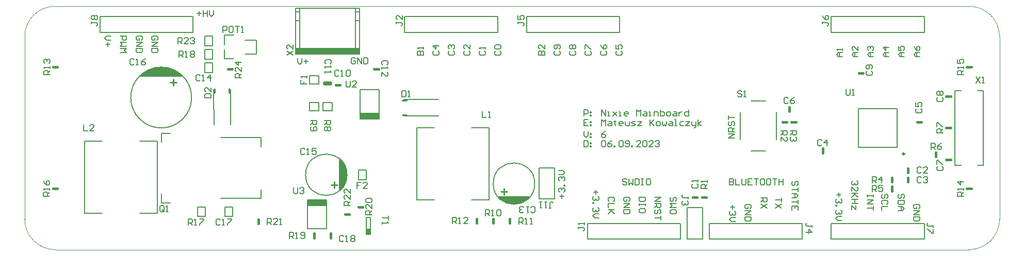
<source format=gto>
G04*
G04 #@! TF.GenerationSoftware,Altium Limited,Altium Designer,23.8.1 (32)*
G04*
G04 Layer_Color=65535*
%FSAX44Y44*%
%MOMM*%
G71*
G04*
G04 #@! TF.SameCoordinates,78110BDE-5C4C-41F2-AE8D-2B4B6642ACCE*
G04*
G04*
G04 #@! TF.FilePolarity,Positive*
G04*
G01*
G75*
%ADD10C,0.2000*%
%ADD11C,0.3000*%
%ADD12C,0.4000*%
%ADD13C,0.2540*%
%ADD14C,0.7000*%
%ADD15C,0.1524*%
%ADD16R,0.1500X1.6754*%
%ADD17R,0.1500X2.0696*%
%ADD18R,0.1500X2.4238*%
%ADD19R,0.1500X2.6639*%
%ADD20R,0.1500X2.8923*%
%ADD21R,0.1500X3.1284*%
%ADD22R,0.1500X3.3251*%
%ADD23R,0.1500X3.5138*%
%ADD24R,0.1500X3.9532*%
%ADD25R,0.1500X4.1801*%
%ADD26R,0.1500X4.3884*%
%ADD27R,0.1500X4.1779*%
%ADD28R,0.1500X4.6548*%
%ADD29R,0.1500X4.7000*%
%ADD30R,0.1500X5.0250*%
%ADD31R,0.1500X5.1000*%
%ADD32R,0.1000X0.7750*%
%ADD33R,0.1500X0.7750*%
%ADD34R,0.1750X0.6554*%
%ADD35R,6.5312X0.1500*%
%ADD36R,6.2235X0.1500*%
%ADD37R,5.2447X0.1500*%
%ADD38R,5.7413X0.2236*%
%ADD39R,4.6198X0.1500*%
%ADD40R,5.3870X0.1500*%
%ADD41R,5.1238X0.1500*%
%ADD42R,4.8430X0.1500*%
%ADD43R,4.5018X0.1500*%
%ADD44R,4.0742X0.1500*%
%ADD45R,3.3042X0.1500*%
%ADD46R,2.6639X0.1500*%
%ADD47R,2.4238X0.1500*%
%ADD48R,2.0696X0.1500*%
%ADD49R,1.6754X0.1500*%
%ADD50R,3.2927X0.1500*%
%ADD51R,6.7674X0.1500*%
%ADD52R,6.9232X0.1500*%
%ADD53R,7.1352X0.1500*%
%ADD54R,0.7750X0.1000*%
%ADD55R,0.7750X0.1500*%
%ADD56R,0.6554X0.1750*%
%ADD57R,5.1000X0.1500*%
%ADD58R,5.0250X0.1500*%
%ADD59R,4.7000X0.1500*%
%ADD60R,4.6548X0.1500*%
%ADD61R,4.1779X0.1500*%
%ADD62R,4.3884X0.1500*%
%ADD63R,4.1801X0.1500*%
%ADD64R,3.9532X0.1500*%
%ADD65R,3.5138X0.1500*%
%ADD66R,3.3251X0.1500*%
%ADD67R,3.1284X0.1500*%
%ADD68R,2.8923X0.1500*%
%ADD69R,1.6754X0.1500*%
%ADD70C,0.1000*%
G36*
X01764500Y01882000D02*
X01795500D01*
Y01872000D01*
X01764500D01*
Y01882000D01*
D02*
G37*
G36*
X01867500Y01825000D02*
X01860500D01*
Y01834000D01*
X01867500D01*
Y01825000D01*
D02*
G37*
G36*
X01849500Y02121500D02*
Y02131500D01*
X01744500D01*
Y02121500D01*
X01849500D01*
D02*
G37*
G36*
X01881500Y02015000D02*
X01850500D01*
Y02025000D01*
X01881500D01*
Y02015000D01*
D02*
G37*
D10*
X01829000Y01923000D02*
G03*
X01829000Y01923000I-00034000J00000000D01*
G01*
X01574000Y02050000D02*
G03*
X01574000Y02050000I-00050000J00000000D01*
G01*
X02137000Y01908500D02*
G03*
X02137000Y01908500I-00034000J00000000D01*
G01*
X01662000Y02121496D02*
X01680501D01*
X01662000Y02144504D02*
X01680501D01*
Y02121496D02*
Y02144504D01*
X01627500Y02113500D02*
X01643000D01*
X01627500D02*
Y02129250D01*
Y02152500D02*
X01643000D01*
X01627500Y02136750D02*
Y02152500D01*
X01843000Y02121500D02*
Y02196500D01*
X01843000Y02191000D02*
X01849500D01*
X01843000Y02176750D02*
X01849500D01*
X01744500Y02121500D02*
X01849500D01*
X01744500Y02196500D02*
X01849500D01*
X01744500Y02121500D02*
Y02196500D01*
X01849500Y02121500D02*
Y02196500D01*
X01751000Y02121500D02*
Y02196500D01*
X01744500Y02191000D02*
X01751000D01*
X01744500Y02176750D02*
X01751000D01*
X01847500Y01930750D02*
X01860500D01*
X01847500Y01915000D02*
X01860500D01*
X01847500D02*
Y01930750D01*
X01860500Y01915000D02*
Y01930750D01*
X01524250Y01991000D02*
X01539000D01*
X01524250Y01976250D02*
Y01991000D01*
Y01877000D02*
X01539000D01*
X01524250D02*
Y01891750D01*
X01621750Y01984000D02*
X01687809D01*
Y01969250D02*
Y01984000D01*
Y01884000D02*
Y01898750D01*
X01621750Y01884000D02*
X01687809D01*
X01637620Y02005000D02*
Y02057000D01*
X01610380D02*
X01610500Y02005500D01*
X01610369Y02061858D02*
X01610380Y02057000D01*
X01610369Y02061858D02*
X01612750Y02064250D01*
X01637620Y02057000D02*
X01637631Y02061858D01*
X01635250Y02064250D02*
X01637631Y02061858D01*
X01595500Y02106750D02*
X01608500D01*
X01595500Y02091000D02*
X01608500D01*
X01595500D02*
Y02106750D01*
X01608500Y02091000D02*
Y02106750D01*
X01595500Y02128750D02*
X01608500D01*
X01595500Y02113000D02*
X01608500D01*
X01595500D02*
Y02128750D01*
X01608500Y02113000D02*
Y02128750D01*
X01595500Y02150750D02*
X01608500D01*
X01595500Y02135000D02*
X01608500D01*
X01595500D02*
Y02150750D01*
X01608500Y02135000D02*
Y02150750D01*
X01860500Y01825000D02*
X01867500D01*
X01860500Y01853000D02*
X01867500D01*
X01860500Y01825000D02*
Y01853000D01*
X01867500Y01825000D02*
Y01853000D01*
X01628500Y01870250D02*
X01641500D01*
X01628500Y01854500D02*
X01641500D01*
X01628500D02*
Y01870250D01*
X01641500Y01854500D02*
Y01870250D01*
X01583500D02*
X01596500D01*
X01583500Y01854500D02*
X01596500D01*
X01583500D02*
Y01870250D01*
X01596500Y01854500D02*
Y01870250D01*
X01488500Y01859500D02*
X01517500D01*
X01488500Y01978500D02*
X01517500D01*
X01398500D02*
X01427500D01*
X01398500Y01859500D02*
X01427500D01*
X01398500D02*
Y01978500D01*
X01517500Y01859500D02*
Y01978500D01*
X01764500Y01882000D02*
X01795500D01*
X01764500Y01834000D02*
X01795500D01*
Y01882000D01*
X01764500Y01834000D02*
Y01882000D01*
X02863500Y02061497D02*
X02873000D01*
Y01938514D02*
Y02061497D01*
X02863500Y01938514D02*
X02873000D01*
X02827000Y01938503D02*
X02836500D01*
X02827000D02*
Y02061486D01*
X02836500D01*
X02387000Y01817350D02*
Y01868700D01*
X02413000D01*
Y01817350D02*
Y01868700D01*
X02387000Y01817350D02*
X02413000D01*
X02534115Y01980408D02*
Y02025908D01*
X02492615Y01962158D02*
X02515865D01*
X02492365Y02044158D02*
X02515615D01*
X02474115Y01980408D02*
Y02025908D01*
X02668500Y01968500D02*
X02731500D01*
X02668500D02*
Y02031500D01*
X02731500D01*
Y01968500D02*
Y02031500D01*
X02576450Y01817000D02*
Y01843000D01*
X02423500D02*
X02576450D01*
X02423500Y01817000D02*
Y01843000D01*
Y01817000D02*
X02576450D01*
X02376450D02*
Y01843000D01*
X02223500D02*
X02376450D01*
X02223500Y01817000D02*
Y01843000D01*
Y01817000D02*
X02376450D01*
X02776450D02*
Y01843000D01*
X02623500D02*
X02776450D01*
X02623500Y01817000D02*
Y01843000D01*
Y01817000D02*
X02776450D01*
X02123550Y02157000D02*
Y02183000D01*
Y02157000D02*
X02276500D01*
Y02183000D01*
X02123550D02*
X02276500D01*
X01423550Y02157000D02*
Y02183000D01*
Y02157000D02*
X01576500D01*
Y02183000D01*
X01423550D02*
X01576500D01*
X01923550Y02157000D02*
Y02183000D01*
Y02157000D02*
X02076500D01*
Y02183000D01*
X01923550D02*
X02076500D01*
X02623550Y02157000D02*
Y02183000D01*
Y02157000D02*
X02776500D01*
Y02183000D01*
X02623550D02*
X02776500D01*
X01927500Y02046620D02*
X01979500D01*
X01927500Y02019380D02*
X01979000Y02019500D01*
X01922642Y02019369D02*
X01927500Y02019380D01*
X01920250Y02021750D02*
X01922642Y02019369D01*
Y02046631D02*
X01927500Y02046620D01*
X01920250Y02044250D02*
X01922642Y02046631D01*
X02033500Y01881500D02*
X02062500D01*
X02033500Y02000500D02*
X02062500D01*
X01943500D02*
X01972500D01*
X01943500Y01881500D02*
X01972500D01*
X01943500D02*
Y02000500D01*
X02062500Y01881500D02*
Y02000500D01*
X02144000Y01883050D02*
Y01934400D01*
X02170000D01*
Y01883050D02*
Y01934400D01*
X02144000Y01883050D02*
X02170000D01*
X01850500Y02015000D02*
X01881500D01*
X01850500Y02063000D02*
X01881500D01*
X01850500Y02015000D02*
Y02063000D01*
X01881500Y02015000D02*
Y02063000D01*
X01767250Y02041500D02*
X01783000D01*
X01767250Y02028500D02*
X01783000D01*
Y02041500D01*
X01767250Y02028500D02*
Y02041500D01*
X01789250D02*
X01805000D01*
X01789250Y02028500D02*
X01805000D01*
Y02041500D01*
X01789250Y02028500D02*
Y02041500D01*
X01767250Y02072500D02*
Y02085500D01*
X01783000Y02072500D02*
Y02085500D01*
X01767250Y02072500D02*
X01783000D01*
X01767250Y02085500D02*
X01783000D01*
D11*
X02744000Y01957500D02*
G03*
X02744000Y01957500I-00001500J00000000D01*
G01*
D12*
X01633500Y02097000D02*
X01640500D01*
X01847500Y01870000D02*
X01854500D01*
X01802000Y01819500D02*
Y01826500D01*
X01775000Y01819500D02*
Y01826500D01*
X01825500Y01858000D02*
X01832500D01*
X01684000Y01842500D02*
Y01849500D01*
X02812500Y02000000D02*
X02819500D01*
X02396500Y01886000D02*
X02403500D01*
X02411500D02*
X02418500D01*
X02795000Y01952500D02*
Y01959500D01*
X02812500Y02052000D02*
X02819500D01*
X02812500Y01948000D02*
X02819500D01*
X02723000Y01911500D02*
Y01918500D01*
Y01896500D02*
Y01903500D01*
X02558500Y02010000D02*
X02565500D01*
X02555000Y02027500D02*
Y02034500D01*
X02543500Y02010000D02*
X02550500D01*
X02669000Y02090000D02*
X02676000D01*
X02764500Y02010000D02*
X02771500D01*
X02610000Y01959000D02*
Y01966000D01*
X02750000Y01926500D02*
Y01933500D01*
Y01911500D02*
Y01918500D01*
X01346500Y01900000D02*
X01353500D01*
X02846500Y02100000D02*
X02853500D01*
X02846500Y01900000D02*
X02853500D01*
X01346500Y02100000D02*
X01353500D01*
X02096000Y01843500D02*
Y01850500D01*
X02069000Y01843500D02*
Y01850500D01*
X02042000Y01843500D02*
Y01850500D01*
X01873500Y02097000D02*
X01880500D01*
X01810500Y02070500D02*
X01817500D01*
D13*
X01803000Y01906500D02*
X01813000D01*
X01808000Y01901500D02*
Y01911500D01*
X01544000Y02070000D02*
Y02080000D01*
X01539000Y02075000D02*
X01549000D01*
X02081500Y01895500D02*
X02091500D01*
X02086500Y01890500D02*
Y01900500D01*
D14*
X01793000Y02073000D02*
X01801000D01*
D15*
X02217524Y02019697D02*
Y02029853D01*
X02222602D01*
X02224295Y02028161D01*
Y02024775D01*
X02222602Y02023082D01*
X02217524D01*
X02227681Y02026468D02*
X02229373D01*
Y02024775D01*
X02227681D01*
Y02026468D01*
Y02021389D02*
X02229373D01*
Y02019697D01*
X02227681D01*
Y02021389D01*
X02246301Y02019697D02*
Y02029853D01*
X02253073Y02019697D01*
Y02029853D01*
X02256458Y02019697D02*
X02259844D01*
X02258151D01*
Y02026468D01*
X02256458D01*
X02264922D02*
X02271693Y02019697D01*
X02268308Y02023082D01*
X02271693Y02026468D01*
X02264922Y02019697D01*
X02275079D02*
X02278464D01*
X02276772D01*
Y02026468D01*
X02275079D01*
X02288621Y02019697D02*
X02285235D01*
X02283543Y02021389D01*
Y02024775D01*
X02285235Y02026468D01*
X02288621D01*
X02290314Y02024775D01*
Y02023082D01*
X02283543D01*
X02303856Y02019697D02*
Y02029853D01*
X02307242Y02026468D01*
X02310627Y02029853D01*
Y02019697D01*
X02315706Y02026468D02*
X02319091D01*
X02320784Y02024775D01*
Y02019697D01*
X02315706D01*
X02314013Y02021389D01*
X02315706Y02023082D01*
X02320784D01*
X02324170Y02019697D02*
X02327555D01*
X02325862D01*
Y02026468D01*
X02324170D01*
X02332634Y02019697D02*
Y02026468D01*
X02337712D01*
X02339405Y02024775D01*
Y02019697D01*
X02342790Y02029853D02*
Y02019697D01*
X02347869D01*
X02349561Y02021389D01*
Y02023082D01*
Y02024775D01*
X02347869Y02026468D01*
X02342790D01*
X02354640Y02019697D02*
X02358025D01*
X02359718Y02021389D01*
Y02024775D01*
X02358025Y02026468D01*
X02354640D01*
X02352947Y02024775D01*
Y02021389D01*
X02354640Y02019697D01*
X02364796Y02026468D02*
X02368182D01*
X02369875Y02024775D01*
Y02019697D01*
X02364796D01*
X02363104Y02021389D01*
X02364796Y02023082D01*
X02369875D01*
X02373260Y02026468D02*
Y02019697D01*
Y02023082D01*
X02374953Y02024775D01*
X02376646Y02026468D01*
X02378339D01*
X02390188Y02029853D02*
Y02019697D01*
X02385110D01*
X02383417Y02021389D01*
Y02024775D01*
X02385110Y02026468D01*
X02390188D01*
X02224295Y02014008D02*
X02217524D01*
Y02003851D01*
X02224295D01*
X02217524Y02008929D02*
X02220910D01*
X02227681Y02010622D02*
X02229373D01*
Y02008929D01*
X02227681D01*
Y02010622D01*
Y02005544D02*
X02229373D01*
Y02003851D01*
X02227681D01*
Y02005544D01*
X02246301Y02003851D02*
Y02014008D01*
X02249687Y02010622D01*
X02253073Y02014008D01*
Y02003851D01*
X02258151Y02010622D02*
X02261536D01*
X02263229Y02008929D01*
Y02003851D01*
X02258151D01*
X02256458Y02005544D01*
X02258151Y02007236D01*
X02263229D01*
X02268308Y02012315D02*
Y02010622D01*
X02266615D01*
X02270000D01*
X02268308D01*
Y02005544D01*
X02270000Y02003851D01*
X02280157D02*
X02276772D01*
X02275079Y02005544D01*
Y02008929D01*
X02276772Y02010622D01*
X02280157D01*
X02281850Y02008929D01*
Y02007236D01*
X02275079D01*
X02285235Y02010622D02*
Y02005544D01*
X02286928Y02003851D01*
X02292007D01*
Y02010622D01*
X02295392Y02003851D02*
X02300471D01*
X02302163Y02005544D01*
X02300471Y02007236D01*
X02297085D01*
X02295392Y02008929D01*
X02297085Y02010622D01*
X02302163D01*
X02305549D02*
X02312320D01*
X02305549Y02003851D01*
X02312320D01*
X02325862Y02014008D02*
Y02003851D01*
Y02007236D01*
X02332634Y02014008D01*
X02327555Y02008929D01*
X02332634Y02003851D01*
X02337712D02*
X02341098D01*
X02342790Y02005544D01*
Y02008929D01*
X02341098Y02010622D01*
X02337712D01*
X02336019Y02008929D01*
Y02005544D01*
X02337712Y02003851D01*
X02346176Y02010622D02*
Y02005544D01*
X02347869Y02003851D01*
X02349561Y02005544D01*
X02351254Y02003851D01*
X02352947Y02005544D01*
Y02010622D01*
X02358025D02*
X02361411D01*
X02363104Y02008929D01*
Y02003851D01*
X02358025D01*
X02356333Y02005544D01*
X02358025Y02007236D01*
X02363104D01*
X02366489Y02003851D02*
X02369875D01*
X02368182D01*
Y02014008D01*
X02366489D01*
X02381724Y02010622D02*
X02376646D01*
X02374953Y02008929D01*
Y02005544D01*
X02376646Y02003851D01*
X02381724D01*
X02385110Y02010622D02*
X02391881D01*
X02385110Y02003851D01*
X02391881D01*
X02395267Y02010622D02*
Y02005544D01*
X02396959Y02003851D01*
X02402038D01*
Y02002158D01*
X02400345Y02000465D01*
X02398652D01*
X02402038Y02003851D02*
Y02010622D01*
X02405423Y02003851D02*
Y02014008D01*
Y02007236D02*
X02410502Y02010622D01*
X02405423Y02007236D02*
X02410502Y02003851D01*
X02217524Y01994776D02*
Y01988005D01*
X02220910Y01984620D01*
X02224295Y01988005D01*
Y01994776D01*
X02227681Y01991391D02*
X02229373D01*
Y01989698D01*
X02227681D01*
Y01991391D01*
Y01986313D02*
X02229373D01*
Y01984620D01*
X02227681D01*
Y01986313D01*
X02253073Y01994776D02*
X02249687Y01993084D01*
X02246301Y01989698D01*
Y01986313D01*
X02247994Y01984620D01*
X02251380D01*
X02253073Y01986313D01*
Y01988005D01*
X02251380Y01989698D01*
X02246301D01*
X02217524Y01978931D02*
Y01968774D01*
X02222602D01*
X02224295Y01970467D01*
Y01977238D01*
X02222602Y01978931D01*
X02217524D01*
X02227681Y01975545D02*
X02229373D01*
Y01973852D01*
X02227681D01*
Y01975545D01*
Y01970467D02*
X02229373D01*
Y01968774D01*
X02227681D01*
Y01970467D01*
X02246301Y01977238D02*
X02247994Y01978931D01*
X02251380D01*
X02253073Y01977238D01*
Y01970467D01*
X02251380Y01968774D01*
X02247994D01*
X02246301Y01970467D01*
Y01977238D01*
X02263229Y01978931D02*
X02259844Y01977238D01*
X02256458Y01973852D01*
Y01970467D01*
X02258151Y01968774D01*
X02261536D01*
X02263229Y01970467D01*
Y01972160D01*
X02261536Y01973852D01*
X02256458D01*
X02266615Y01968774D02*
Y01970467D01*
X02268308D01*
Y01968774D01*
X02266615D01*
X02275079Y01977238D02*
X02276772Y01978931D01*
X02280157D01*
X02281850Y01977238D01*
Y01970467D01*
X02280157Y01968774D01*
X02276772D01*
X02275079Y01970467D01*
Y01977238D01*
X02285235Y01970467D02*
X02286928Y01968774D01*
X02290314D01*
X02292007Y01970467D01*
Y01977238D01*
X02290314Y01978931D01*
X02286928D01*
X02285235Y01977238D01*
Y01975545D01*
X02286928Y01973852D01*
X02292007D01*
X02295392Y01968774D02*
Y01970467D01*
X02297085D01*
Y01968774D01*
X02295392D01*
X02310627D02*
X02303856D01*
X02310627Y01975545D01*
Y01977238D01*
X02308934Y01978931D01*
X02305549D01*
X02303856Y01977238D01*
X02314013D02*
X02315706Y01978931D01*
X02319091D01*
X02320784Y01977238D01*
Y01970467D01*
X02319091Y01968774D01*
X02315706D01*
X02314013Y01970467D01*
Y01977238D01*
X02330941Y01968774D02*
X02324170D01*
X02330941Y01975545D01*
Y01977238D01*
X02329248Y01978931D01*
X02325862D01*
X02324170Y01977238D01*
X02334326D02*
X02336019Y01978931D01*
X02339405D01*
X02341098Y01977238D01*
Y01975545D01*
X02339405Y01973852D01*
X02337712D01*
X02339405D01*
X02341098Y01972160D01*
Y01970467D01*
X02339405Y01968774D01*
X02336019D01*
X02334326Y01970467D01*
X02461352Y01873226D02*
Y01866455D01*
X02464738Y01869840D02*
X02457967D01*
X02464738Y01863069D02*
X02466431Y01861376D01*
Y01857991D01*
X02464738Y01856298D01*
X02463045D01*
X02461352Y01857991D01*
Y01859684D01*
Y01857991D01*
X02459659Y01856298D01*
X02457967D01*
X02456274Y01857991D01*
Y01861376D01*
X02457967Y01863069D01*
X02466431Y01852912D02*
X02459659D01*
X02456274Y01849527D01*
X02459659Y01846141D01*
X02466431D01*
X02490788Y01867705D02*
X02492481Y01869398D01*
Y01872783D01*
X02490788Y01874476D01*
X02484017D01*
X02482324Y01872783D01*
Y01869398D01*
X02484017Y01867705D01*
X02487402D01*
Y01871090D01*
X02482324Y01864319D02*
X02492481D01*
X02482324Y01857548D01*
X02492481D01*
Y01854162D02*
X02482324D01*
Y01849084D01*
X02484017Y01847391D01*
X02490788D01*
X02492481Y01849084D01*
Y01854162D01*
X02567238Y01905705D02*
X02568931Y01907398D01*
Y01910783D01*
X02567238Y01912476D01*
X02565545D01*
X02563852Y01910783D01*
Y01907398D01*
X02562159Y01905705D01*
X02560467D01*
X02558774Y01907398D01*
Y01910783D01*
X02560467Y01912476D01*
X02568931Y01902319D02*
Y01895548D01*
Y01898934D01*
X02558774D01*
Y01892162D02*
X02565545D01*
X02568931Y01888777D01*
X02565545Y01885391D01*
X02558774D01*
X02563852D01*
Y01892162D01*
X02568931Y01882006D02*
Y01875235D01*
Y01878620D01*
X02558774D01*
X02568931Y01865078D02*
Y01871849D01*
X02558774D01*
Y01865078D01*
X02563852Y01871849D02*
Y01868463D01*
X02542331Y01885476D02*
Y01878705D01*
Y01882090D01*
X02532174D01*
X02542331Y01875319D02*
X02532174Y01868548D01*
X02542331D02*
X02532174Y01875319D01*
X02507924Y01885476D02*
X02518081D01*
Y01880398D01*
X02516388Y01878705D01*
X02513002D01*
X02511310Y01880398D01*
Y01885476D01*
Y01882090D02*
X02507924Y01878705D01*
X02518081Y01875319D02*
X02507924Y01868548D01*
X02518081D02*
X02507924Y01875319D01*
X01516888Y02143955D02*
X01518581Y02145648D01*
Y02149033D01*
X01516888Y02150726D01*
X01510117D01*
X01508424Y02149033D01*
Y02145648D01*
X01510117Y02143955D01*
X01513502D01*
Y02147340D01*
X01508424Y02140569D02*
X01518581D01*
X01508424Y02133798D01*
X01518581D01*
Y02130413D02*
X01508424D01*
Y02125334D01*
X01510117Y02123641D01*
X01516888D01*
X01518581Y02125334D01*
Y02130413D01*
X02272159Y02126825D02*
X02270466Y02125132D01*
Y02121747D01*
X02272159Y02120054D01*
X02278930D01*
X02280623Y02121747D01*
Y02125132D01*
X02278930Y02126825D01*
X02270466Y02136982D02*
Y02130211D01*
X02275545D01*
X02273852Y02133596D01*
Y02135289D01*
X02275545Y02136982D01*
X02278930D01*
X02280623Y02135289D01*
Y02131904D01*
X02278930Y02130211D01*
X02246759Y02126825D02*
X02245066Y02125132D01*
Y02121747D01*
X02246759Y02120054D01*
X02253530D01*
X02255223Y02121747D01*
Y02125132D01*
X02253530Y02126825D01*
X02245066Y02136982D02*
X02246759Y02133596D01*
X02250145Y02130211D01*
X02253530D01*
X02255223Y02131904D01*
Y02135289D01*
X02253530Y02136982D01*
X02251838D01*
X02250145Y02135289D01*
Y02130211D01*
X02221359Y02126825D02*
X02219666Y02125132D01*
Y02121747D01*
X02221359Y02120054D01*
X02228130D01*
X02229823Y02121747D01*
Y02125132D01*
X02228130Y02126825D01*
X02219666Y02130211D02*
Y02136982D01*
X02221359D01*
X02228130Y02130211D01*
X02229823D01*
X02195959Y02126825D02*
X02194266Y02125132D01*
Y02121747D01*
X02195959Y02120054D01*
X02202730D01*
X02204423Y02121747D01*
Y02125132D01*
X02202730Y02126825D01*
X02195959Y02130211D02*
X02194266Y02131904D01*
Y02135289D01*
X02195959Y02136982D01*
X02197652D01*
X02199345Y02135289D01*
X02201038Y02136982D01*
X02202730D01*
X02204423Y02135289D01*
Y02131904D01*
X02202730Y02130211D01*
X02201038D01*
X02199345Y02131904D01*
X02197652Y02130211D01*
X02195959D01*
X02199345Y02131904D02*
Y02135289D01*
X02170559Y02126825D02*
X02168866Y02125132D01*
Y02121747D01*
X02170559Y02120054D01*
X02177330D01*
X02179023Y02121747D01*
Y02125132D01*
X02177330Y02126825D01*
Y02130211D02*
X02179023Y02131904D01*
Y02135289D01*
X02177330Y02136982D01*
X02170559D01*
X02168866Y02135289D01*
Y02131904D01*
X02170559Y02130211D01*
X02172252D01*
X02173945Y02131904D01*
Y02136982D01*
X02143466Y02120054D02*
X02153623D01*
Y02125132D01*
X02151930Y02126825D01*
X02150238D01*
X02148545Y02125132D01*
Y02120054D01*
Y02125132D01*
X02146852Y02126825D01*
X02145159D01*
X02143466Y02125132D01*
Y02120054D01*
X02153623Y02136982D02*
Y02130211D01*
X02146852Y02136982D01*
X02145159D01*
X02143466Y02135289D01*
Y02131904D01*
X02145159Y02130211D01*
X02073512Y02126825D02*
X02071819Y02125132D01*
Y02121747D01*
X02073512Y02120054D01*
X02080283D01*
X02081976Y02121747D01*
Y02125132D01*
X02080283Y02126825D01*
X02073512Y02130211D02*
X02071819Y02131904D01*
Y02135289D01*
X02073512Y02136982D01*
X02080283D01*
X02081976Y02135289D01*
Y02131904D01*
X02080283Y02130211D01*
X02073512D01*
X02048112Y02126825D02*
X02046419Y02125132D01*
Y02121747D01*
X02048112Y02120054D01*
X02054883D01*
X02056576Y02121747D01*
Y02125132D01*
X02054883Y02126825D01*
X02056576Y02130211D02*
Y02133596D01*
Y02131904D01*
X02046419D01*
X02048112Y02130211D01*
X02022712Y02126825D02*
X02021019Y02125132D01*
Y02121747D01*
X02022712Y02120054D01*
X02029483D01*
X02031176Y02121747D01*
Y02125132D01*
X02029483Y02126825D01*
X02031176Y02136982D02*
Y02130211D01*
X02024405Y02136982D01*
X02022712D01*
X02021019Y02135289D01*
Y02131904D01*
X02022712Y02130211D01*
X01997312Y02126825D02*
X01995619Y02125132D01*
Y02121747D01*
X01997312Y02120054D01*
X02004083D01*
X02005776Y02121747D01*
Y02125132D01*
X02004083Y02126825D01*
X01997312Y02130211D02*
X01995619Y02131904D01*
Y02135289D01*
X01997312Y02136982D01*
X01999005D01*
X02000698Y02135289D01*
Y02133596D01*
Y02135289D01*
X02002390Y02136982D01*
X02004083D01*
X02005776Y02135289D01*
Y02131904D01*
X02004083Y02130211D01*
X01971912Y02126825D02*
X01970219Y02125132D01*
Y02121747D01*
X01971912Y02120054D01*
X01978683D01*
X01980376Y02121747D01*
Y02125132D01*
X01978683Y02126825D01*
X01980376Y02135289D02*
X01970219D01*
X01975298Y02130211D01*
Y02136982D01*
X01944819Y02120054D02*
X01954976D01*
Y02125132D01*
X01953283Y02126825D01*
X01951590D01*
X01949898Y02125132D01*
Y02120054D01*
Y02125132D01*
X01948205Y02126825D01*
X01946512D01*
X01944819Y02125132D01*
Y02120054D01*
X01954976Y02130211D02*
Y02133596D01*
Y02131904D01*
X01944819D01*
X01946512Y02130211D01*
X02635852Y01893726D02*
Y01886955D01*
X02639238Y01890340D02*
X02632467D01*
X02639238Y01883569D02*
X02640931Y01881877D01*
Y01878491D01*
X02639238Y01876798D01*
X02637545D01*
X02635852Y01878491D01*
Y01880184D01*
Y01878491D01*
X02634160Y01876798D01*
X02632467D01*
X02630774Y01878491D01*
Y01881877D01*
X02632467Y01883569D01*
X02630774Y01873413D02*
X02632467D01*
Y01871720D01*
X02630774D01*
Y01873413D01*
X02639238Y01864949D02*
X02640931Y01863256D01*
Y01859870D01*
X02639238Y01858177D01*
X02637545D01*
X02635852Y01859870D01*
Y01861563D01*
Y01859870D01*
X02634160Y01858177D01*
X02632467D01*
X02630774Y01859870D01*
Y01863256D01*
X02632467Y01864949D01*
X02640931Y01854792D02*
X02634160D01*
X02630774Y01851406D01*
X02634160Y01848021D01*
X02640931D01*
X02665488Y01912976D02*
X02667181Y01911283D01*
Y01907898D01*
X02665488Y01906205D01*
X02663795D01*
X02662102Y01907898D01*
Y01909590D01*
Y01907898D01*
X02660410Y01906205D01*
X02658717D01*
X02657024Y01907898D01*
Y01911283D01*
X02658717Y01912976D01*
X02657024Y01896048D02*
Y01902819D01*
X02663795Y01896048D01*
X02665488D01*
X02667181Y01897741D01*
Y01901127D01*
X02665488Y01902819D01*
X02667181Y01892663D02*
X02657024D01*
X02660410D01*
X02667181Y01885891D01*
X02662102Y01890970D01*
X02657024Y01885891D01*
X02667181Y01882506D02*
X02657024D01*
X02662102D01*
Y01875735D01*
X02667181D01*
X02657024D01*
X02663795Y01872349D02*
Y01865578D01*
X02657024Y01872349D01*
Y01865578D01*
X02692681Y01890226D02*
Y01886840D01*
Y01888533D01*
X02682524D01*
Y01890226D01*
Y01886840D01*
Y01881762D02*
X02692681D01*
X02682524Y01874991D01*
X02692681D01*
Y01871605D02*
Y01864834D01*
Y01868220D01*
X02682524D01*
X02715238Y01884205D02*
X02716931Y01885898D01*
Y01889283D01*
X02715238Y01890976D01*
X02713545D01*
X02711852Y01889283D01*
Y01885898D01*
X02710160Y01884205D01*
X02708467D01*
X02706774Y01885898D01*
Y01889283D01*
X02708467Y01890976D01*
X02715238Y01874048D02*
X02716931Y01875741D01*
Y01879126D01*
X02715238Y01880819D01*
X02708467D01*
X02706774Y01879126D01*
Y01875741D01*
X02708467Y01874048D01*
X02716931Y01870663D02*
X02706774D01*
Y01863891D01*
X02741988Y01884455D02*
X02743681Y01886148D01*
Y01889533D01*
X02741988Y01891226D01*
X02740295D01*
X02738602Y01889533D01*
Y01886148D01*
X02736909Y01884455D01*
X02735217D01*
X02733524Y01886148D01*
Y01889533D01*
X02735217Y01891226D01*
X02743681Y01881069D02*
X02733524D01*
Y01875991D01*
X02735217Y01874298D01*
X02741988D01*
X02743681Y01875991D01*
Y01881069D01*
X02733524Y01870912D02*
X02740295D01*
X02743681Y01867527D01*
X02740295Y01864141D01*
X02733524D01*
X02738602D01*
Y01870912D01*
X02766988Y01867705D02*
X02768681Y01869398D01*
Y01872783D01*
X02766988Y01874476D01*
X02760217D01*
X02758524Y01872783D01*
Y01869398D01*
X02760217Y01867705D01*
X02763602D01*
Y01871090D01*
X02758524Y01864319D02*
X02768681D01*
X02758524Y01857548D01*
X02768681D01*
Y01854162D02*
X02758524D01*
Y01849084D01*
X02760217Y01847391D01*
X02766988D01*
X02768681Y01849084D01*
Y01854162D01*
X01656078Y02082708D02*
X01645922D01*
Y02087786D01*
X01647614Y02089479D01*
X01651000D01*
X01652693Y02087786D01*
Y02082708D01*
Y02086093D02*
X01656078Y02089479D01*
Y02099636D02*
Y02092864D01*
X01649307Y02099636D01*
X01647614D01*
X01645922Y02097943D01*
Y02094557D01*
X01647614Y02092864D01*
X01656078Y02108100D02*
X01645922D01*
X01651000Y02103021D01*
Y02109792D01*
X01625572Y02156672D02*
Y02166828D01*
X01630650D01*
X01632343Y02165136D01*
Y02161750D01*
X01630650Y02160057D01*
X01625572D01*
X01640807Y02166828D02*
X01637422D01*
X01635729Y02165136D01*
Y02158364D01*
X01637422Y02156672D01*
X01640807D01*
X01642500Y02158364D01*
Y02165136D01*
X01640807Y02166828D01*
X01645886D02*
X01652657D01*
X01649271D01*
Y02156672D01*
X01656042D02*
X01659428D01*
X01657735D01*
Y02166828D01*
X01656042Y02165136D01*
X01730172Y02119536D02*
X01740328Y02126307D01*
X01730172D02*
X01740328Y02119536D01*
Y02136464D02*
Y02129693D01*
X01733557Y02136464D01*
X01731864D01*
X01730172Y02134771D01*
Y02131386D01*
X01731864Y02129693D01*
X01759825Y01964636D02*
X01758132Y01966328D01*
X01754747D01*
X01753054Y01964636D01*
Y01957864D01*
X01754747Y01956172D01*
X01758132D01*
X01759825Y01957864D01*
X01763211Y01956172D02*
X01766596D01*
X01764904D01*
Y01966328D01*
X01763211Y01964636D01*
X01778446Y01966328D02*
X01771675D01*
Y01961250D01*
X01775060Y01962943D01*
X01776753D01*
X01778446Y01961250D01*
Y01957864D01*
X01776753Y01956172D01*
X01773367D01*
X01771675Y01957864D01*
X01852307Y01910578D02*
X01845536D01*
Y01905500D01*
X01848922D01*
X01845536D01*
Y01900422D01*
X01862464D02*
X01855693D01*
X01862464Y01907193D01*
Y01908886D01*
X01860771Y01910578D01*
X01857386D01*
X01855693Y01908886D01*
X01870078Y01857458D02*
X01859922D01*
Y01862536D01*
X01861614Y01864229D01*
X01865000D01*
X01866693Y01862536D01*
Y01857458D01*
Y01860843D02*
X01870078Y01864229D01*
Y01874386D02*
Y01867614D01*
X01863307Y01874386D01*
X01861614D01*
X01859922Y01872693D01*
Y01869307D01*
X01861614Y01867614D01*
Y01877771D02*
X01859922Y01879464D01*
Y01882849D01*
X01861614Y01884542D01*
X01868385D01*
X01870078Y01882849D01*
Y01879464D01*
X01868385Y01877771D01*
X01861614D01*
X01823325Y01821636D02*
X01821633Y01823328D01*
X01818247D01*
X01816554Y01821636D01*
Y01814864D01*
X01818247Y01813172D01*
X01821633D01*
X01823325Y01814864D01*
X01826711Y01813172D02*
X01830096D01*
X01828404D01*
Y01823328D01*
X01826711Y01821636D01*
X01835175D02*
X01836868Y01823328D01*
X01840253D01*
X01841946Y01821636D01*
Y01819943D01*
X01840253Y01818250D01*
X01841946Y01816557D01*
Y01814864D01*
X01840253Y01813172D01*
X01836868D01*
X01835175Y01814864D01*
Y01816557D01*
X01836868Y01818250D01*
X01835175Y01819943D01*
Y01821636D01*
X01836868Y01818250D02*
X01840253D01*
X01734554Y01818422D02*
Y01828578D01*
X01739633D01*
X01741325Y01826886D01*
Y01823500D01*
X01739633Y01821807D01*
X01734554D01*
X01737940D02*
X01741325Y01818422D01*
X01744711D02*
X01748096D01*
X01746404D01*
Y01828578D01*
X01744711Y01826886D01*
X01753175Y01820114D02*
X01754868Y01818422D01*
X01758253D01*
X01759946Y01820114D01*
Y01826886D01*
X01758253Y01828578D01*
X01754868D01*
X01753175Y01826886D01*
Y01825193D01*
X01754868Y01823500D01*
X01759946D01*
X01529000Y01864364D02*
Y01871136D01*
X01527307Y01872828D01*
X01523922D01*
X01522229Y01871136D01*
Y01864364D01*
X01523922Y01862672D01*
X01527307D01*
X01525614Y01866057D02*
X01529000Y01862672D01*
X01527307D02*
X01529000Y01864364D01*
X01532386Y01862672D02*
X01535771D01*
X01534078D01*
Y01872828D01*
X01532386Y01871136D01*
X01595922Y02049536D02*
X01606078D01*
Y02054614D01*
X01604386Y02056307D01*
X01597614D01*
X01595922Y02054614D01*
Y02049536D01*
X01606078Y02066464D02*
Y02059693D01*
X01599307Y02066464D01*
X01597614D01*
X01595922Y02064771D01*
Y02061386D01*
X01597614Y02059693D01*
X01587825Y02085386D02*
X01586133Y02087078D01*
X01582747D01*
X01581054Y02085386D01*
Y02078614D01*
X01582747Y02076922D01*
X01586133D01*
X01587825Y02078614D01*
X01591211Y02076922D02*
X01594596D01*
X01592904D01*
Y02087078D01*
X01591211Y02085386D01*
X01604753Y02076922D02*
Y02087078D01*
X01599675Y02082000D01*
X01606446D01*
X01553304Y02116172D02*
Y02126328D01*
X01558383D01*
X01560075Y02124636D01*
Y02121250D01*
X01558383Y02119557D01*
X01553304D01*
X01556690D02*
X01560075Y02116172D01*
X01563461D02*
X01566846D01*
X01565154D01*
Y02126328D01*
X01563461Y02124636D01*
X01571925D02*
X01573618Y02126328D01*
X01577003D01*
X01578696Y02124636D01*
Y02122943D01*
X01577003Y02121250D01*
X01578696Y02119557D01*
Y02117864D01*
X01577003Y02116172D01*
X01573618D01*
X01571925Y02117864D01*
Y02119557D01*
X01573618Y02121250D01*
X01571925Y02122943D01*
Y02124636D01*
X01573618Y02121250D02*
X01577003D01*
X01551458Y02137922D02*
Y02148078D01*
X01556536D01*
X01558229Y02146386D01*
Y02143000D01*
X01556536Y02141307D01*
X01551458D01*
X01554843D02*
X01558229Y02137922D01*
X01568386D02*
X01561614D01*
X01568386Y02144693D01*
Y02146386D01*
X01566693Y02148078D01*
X01563307D01*
X01561614Y02146386D01*
X01571771D02*
X01573464Y02148078D01*
X01576850D01*
X01578542Y02146386D01*
Y02144693D01*
X01576850Y02143000D01*
X01575157D01*
X01576850D01*
X01578542Y02141307D01*
Y02139614D01*
X01576850Y02137922D01*
X01573464D01*
X01571771Y02139614D01*
X01834078Y01872708D02*
X01823922D01*
Y01877786D01*
X01825614Y01879479D01*
X01829000D01*
X01830693Y01877786D01*
Y01872708D01*
Y01876093D02*
X01834078Y01879479D01*
Y01889636D02*
Y01882865D01*
X01827307Y01889636D01*
X01825614D01*
X01823922Y01887943D01*
Y01884557D01*
X01825614Y01882865D01*
X01834078Y01899792D02*
Y01893021D01*
X01827307Y01899792D01*
X01825614D01*
X01823922Y01898100D01*
Y01894714D01*
X01825614Y01893021D01*
X01897328Y01855271D02*
Y01848500D01*
Y01851886D01*
X01887172D01*
Y01845114D02*
Y01841729D01*
Y01843422D01*
X01897328D01*
X01895636Y01845114D01*
X01698401Y01840922D02*
Y01851078D01*
X01703479D01*
X01705172Y01849386D01*
Y01846000D01*
X01703479Y01844307D01*
X01698401D01*
X01701786D02*
X01705172Y01840922D01*
X01715328D02*
X01708557D01*
X01715328Y01847693D01*
Y01849386D01*
X01713636Y01851078D01*
X01710250D01*
X01708557Y01849386D01*
X01718714Y01840922D02*
X01722099D01*
X01720407D01*
Y01851078D01*
X01718714Y01849386D01*
X01620825Y01848886D02*
X01619132Y01850578D01*
X01615747D01*
X01614054Y01848886D01*
Y01842115D01*
X01615747Y01840422D01*
X01619132D01*
X01620825Y01842115D01*
X01624211Y01840422D02*
X01627596D01*
X01625904D01*
Y01850578D01*
X01624211Y01848886D01*
X01632675Y01850578D02*
X01639446D01*
Y01848886D01*
X01632675Y01842115D01*
Y01840422D01*
X01568804Y01840172D02*
Y01850328D01*
X01573882D01*
X01575575Y01848636D01*
Y01845250D01*
X01573882Y01843557D01*
X01568804D01*
X01572190D02*
X01575575Y01840172D01*
X01578961D02*
X01582346D01*
X01580654D01*
Y01850328D01*
X01578961Y01848636D01*
X01587425Y01850328D02*
X01594196D01*
Y01848636D01*
X01587425Y01841864D01*
Y01840172D01*
X01396286Y02005328D02*
Y01995172D01*
X01403057D01*
X01413214D02*
X01406443D01*
X01413214Y02001943D01*
Y02003636D01*
X01411521Y02005328D01*
X01408136D01*
X01406443Y02003636D01*
X01479575Y02111636D02*
X01477883Y02113328D01*
X01474497D01*
X01472804Y02111636D01*
Y02104864D01*
X01474497Y02103172D01*
X01477883D01*
X01479575Y02104864D01*
X01482961Y02103172D02*
X01486346D01*
X01484654D01*
Y02113328D01*
X01482961Y02111636D01*
X01498196Y02113328D02*
X01494810Y02111636D01*
X01491425Y02108250D01*
Y02104864D01*
X01493118Y02103172D01*
X01496503D01*
X01498196Y02104864D01*
Y02106557D01*
X01496503Y02108250D01*
X01491425D01*
X02642496Y02117507D02*
X02635725D01*
X02632339Y02120893D01*
X02635725Y02124279D01*
X02642496D01*
X02637418D01*
Y02117507D01*
X02642496Y02127664D02*
Y02131050D01*
Y02129357D01*
X02632339D01*
X02634032Y02127664D01*
X02667896Y02117507D02*
X02661125D01*
X02657739Y02120893D01*
X02661125Y02124279D01*
X02667896D01*
X02662818D01*
Y02117507D01*
X02667896Y02134435D02*
Y02127664D01*
X02661125Y02134435D01*
X02659432D01*
X02657739Y02132743D01*
Y02129357D01*
X02659432Y02127664D01*
X02693296Y02117507D02*
X02686525D01*
X02683139Y02120893D01*
X02686525Y02124279D01*
X02693296D01*
X02688218D01*
Y02117507D01*
X02684832Y02127664D02*
X02683139Y02129357D01*
Y02132743D01*
X02684832Y02134435D01*
X02686525D01*
X02688218Y02132743D01*
Y02131050D01*
Y02132743D01*
X02689910Y02134435D01*
X02691603D01*
X02693296Y02132743D01*
Y02129357D01*
X02691603Y02127664D01*
X02718696Y02117507D02*
X02711925D01*
X02708539Y02120893D01*
X02711925Y02124279D01*
X02718696D01*
X02713618D01*
Y02117507D01*
X02718696Y02132743D02*
X02708539D01*
X02713618Y02127664D01*
Y02134435D01*
X02744096Y02117507D02*
X02737325D01*
X02733939Y02120893D01*
X02737325Y02124279D01*
X02744096D01*
X02739018D01*
Y02117507D01*
X02733939Y02134435D02*
Y02127664D01*
X02739018D01*
X02737325Y02131050D01*
Y02132742D01*
X02739018Y02134435D01*
X02742403D01*
X02744096Y02132742D01*
Y02129357D01*
X02742403Y02127664D01*
X02769496Y02117507D02*
X02762725D01*
X02759339Y02120893D01*
X02762725Y02124279D01*
X02769496D01*
X02764418D01*
Y02117507D01*
X02759339Y02134435D02*
X02761032Y02131050D01*
X02764418Y02127664D01*
X02767803D01*
X02769496Y02129357D01*
Y02132742D01*
X02767803Y02134435D01*
X02766111D01*
X02764418Y02132742D01*
Y02127664D01*
X02465476Y01983524D02*
X02455319D01*
X02465476Y01990295D01*
X02455319D01*
X02465476Y01993681D02*
X02455319D01*
Y01998759D01*
X02457012Y02000452D01*
X02460398D01*
X02462090Y01998759D01*
Y01993681D01*
Y01997066D02*
X02465476Y02000452D01*
X02457012Y02010609D02*
X02455319Y02008916D01*
Y02005530D01*
X02457012Y02003837D01*
X02458705D01*
X02460398Y02005530D01*
Y02008916D01*
X02462090Y02010609D01*
X02463783D01*
X02465476Y02008916D01*
Y02005530D01*
X02463783Y02003837D01*
X02455319Y02013994D02*
Y02020765D01*
Y02017380D01*
X02465476D01*
X02287795Y01914488D02*
X02286102Y01916181D01*
X02282717D01*
X02281024Y01914488D01*
Y01912795D01*
X02282717Y01911102D01*
X02286102D01*
X02287795Y01909410D01*
Y01907717D01*
X02286102Y01906024D01*
X02282717D01*
X02281024Y01907717D01*
X02291181Y01916181D02*
Y01906024D01*
X02294566Y01909410D01*
X02297952Y01906024D01*
Y01916181D01*
X02301337D02*
Y01906024D01*
X02306416D01*
X02308109Y01907717D01*
Y01914488D01*
X02306416Y01916181D01*
X02301337D01*
X02311494D02*
X02314880D01*
X02313187D01*
Y01906024D01*
X02311494D01*
X02314880D01*
X02325036Y01916181D02*
X02321651D01*
X02319958Y01914488D01*
Y01907717D01*
X02321651Y01906024D01*
X02325036D01*
X02326729Y01907717D01*
Y01914488D01*
X02325036Y01916181D01*
X02237017Y01897879D02*
Y01891108D01*
X02240403Y01894494D02*
X02233632D01*
X02240403Y01887722D02*
X02242096Y01886030D01*
Y01882644D01*
X02240403Y01880951D01*
X02238710D01*
X02237017Y01882644D01*
Y01884337D01*
Y01882644D01*
X02235325Y01880951D01*
X02233632D01*
X02231939Y01882644D01*
Y01886030D01*
X02233632Y01887722D01*
X02231939Y01877566D02*
X02233632D01*
Y01875873D01*
X02231939D01*
Y01877566D01*
X02240403Y01869102D02*
X02242096Y01867409D01*
Y01864023D01*
X02240403Y01862331D01*
X02238710D01*
X02237017Y01864023D01*
Y01865716D01*
Y01864023D01*
X02235325Y01862331D01*
X02233632D01*
X02231939Y01864023D01*
Y01867409D01*
X02233632Y01869102D01*
X02242096Y01858945D02*
X02235325D01*
X02231939Y01855560D01*
X02235325Y01852174D01*
X02242096D01*
X02266103Y01879158D02*
X02267796Y01880851D01*
Y01884236D01*
X02266103Y01885929D01*
X02259332D01*
X02257639Y01884236D01*
Y01880851D01*
X02259332Y01879158D01*
X02267796Y01875772D02*
X02257639D01*
Y01869001D01*
X02267796Y01865616D02*
X02257639D01*
X02261024D01*
X02267796Y01858844D01*
X02262717Y01863923D01*
X02257639Y01858844D01*
X02291453Y01879108D02*
X02293146Y01880801D01*
Y01884186D01*
X02291453Y01885879D01*
X02284682D01*
X02282989Y01884186D01*
Y01880801D01*
X02284682Y01879108D01*
X02288067D01*
Y01882494D01*
X02282989Y01875722D02*
X02293146D01*
X02282989Y01868951D01*
X02293146D01*
Y01865566D02*
X02282989D01*
Y01860487D01*
X02284682Y01858795D01*
X02291453D01*
X02293146Y01860487D01*
Y01865566D01*
X02318571Y01885904D02*
X02308414D01*
Y01880826D01*
X02310107Y01879133D01*
X02316878D01*
X02318571Y01880826D01*
Y01885904D01*
Y01875747D02*
Y01872362D01*
Y01874055D01*
X02308414D01*
Y01875747D01*
Y01872362D01*
X02318571Y01862205D02*
Y01865591D01*
X02316878Y01867283D01*
X02310107D01*
X02308414Y01865591D01*
Y01862205D01*
X02310107Y01860512D01*
X02316878D01*
X02318571Y01862205D01*
X02333889Y01885929D02*
X02344046D01*
X02333889Y01879158D01*
X02344046D01*
X02333889Y01875772D02*
X02344046D01*
Y01870694D01*
X02342353Y01869001D01*
X02338967D01*
X02337274Y01870694D01*
Y01875772D01*
Y01872387D02*
X02333889Y01869001D01*
X02342353Y01858845D02*
X02344046Y01860537D01*
Y01863923D01*
X02342353Y01865616D01*
X02340660D01*
X02338967Y01863923D01*
Y01860537D01*
X02337274Y01858845D01*
X02335582D01*
X02333889Y01860537D01*
Y01863923D01*
X02335582Y01865616D01*
X02344046Y01855459D02*
Y01848688D01*
Y01852073D01*
X02333889D01*
X02367653Y01879108D02*
X02369346Y01880801D01*
Y01884186D01*
X02367653Y01885879D01*
X02365960D01*
X02364267Y01884186D01*
Y01880801D01*
X02362574Y01879108D01*
X02360882D01*
X02359189Y01880801D01*
Y01884186D01*
X02360882Y01885879D01*
X02369346Y01875722D02*
X02359189D01*
X02362574Y01872337D01*
X02359189Y01868951D01*
X02369346D01*
Y01860487D02*
Y01863873D01*
X02367653Y01865566D01*
X02360882D01*
X02359189Y01863873D01*
Y01860487D01*
X02360882Y01858795D01*
X02367653D01*
X02369346Y01860487D01*
X02456274Y01916181D02*
Y01906024D01*
X02461352D01*
X02463045Y01907717D01*
Y01909410D01*
X02461352Y01911102D01*
X02456274D01*
X02461352D01*
X02463045Y01912795D01*
Y01914488D01*
X02461352Y01916181D01*
X02456274D01*
X02466431D02*
Y01906024D01*
X02473202D01*
X02476587Y01916181D02*
Y01907717D01*
X02478280Y01906024D01*
X02481666D01*
X02483359Y01907717D01*
Y01916181D01*
X02493515D02*
X02486744D01*
Y01906024D01*
X02493515D01*
X02486744Y01911102D02*
X02490130D01*
X02496901Y01916181D02*
X02503672D01*
X02500286D01*
Y01906024D01*
X02512136Y01916181D02*
X02508750D01*
X02507058Y01914488D01*
Y01907717D01*
X02508750Y01906024D01*
X02512136D01*
X02513829Y01907717D01*
Y01914488D01*
X02512136Y01916181D01*
X02522293D02*
X02518907D01*
X02517214Y01914488D01*
Y01907717D01*
X02518907Y01906024D01*
X02522293D01*
X02523985Y01907717D01*
Y01914488D01*
X02522293Y01916181D01*
X02527371D02*
X02534142D01*
X02530757D01*
Y01906024D01*
X02537528Y01916181D02*
Y01906024D01*
Y01911102D01*
X02544299D01*
Y01916181D01*
Y01906024D01*
X01842545Y02113738D02*
X01840852Y02115431D01*
X01837467D01*
X01835774Y02113738D01*
Y02106967D01*
X01837467Y02105274D01*
X01840852D01*
X01842545Y02106967D01*
Y02110352D01*
X01839160D01*
X01845931Y02105274D02*
Y02115431D01*
X01852702Y02105274D01*
Y02115431D01*
X01856087D02*
Y02105274D01*
X01861166D01*
X01862859Y02106967D01*
Y02113738D01*
X01861166Y02115431D01*
X01856087D01*
X01456524Y02150726D02*
X01466681D01*
Y02145648D01*
X01464988Y02143955D01*
X01461602D01*
X01459910Y02145648D01*
Y02150726D01*
X01466681Y02140569D02*
X01456524D01*
X01459910Y02137184D01*
X01456524Y02133798D01*
X01466681D01*
X01456524Y02130412D02*
X01466681D01*
X01463295Y02127027D01*
X01466681Y02123641D01*
X01456524D01*
X01441181Y02150726D02*
X01434410D01*
X01431024Y02147340D01*
X01434410Y02143955D01*
X01441181D01*
X01436102Y02140569D02*
Y02133798D01*
X01439488Y02137184D02*
X01432717D01*
X01747774Y02114431D02*
Y02107660D01*
X01751160Y02104274D01*
X01754545Y02107660D01*
Y02114431D01*
X01757931Y02109352D02*
X01764702D01*
X01761316Y02112738D02*
Y02105967D01*
X02181398Y01884024D02*
Y01890795D01*
X02178012Y01887410D02*
X02184783D01*
X02178012Y01894181D02*
X02176319Y01895874D01*
Y01899259D01*
X02178012Y01900952D01*
X02179705D01*
X02181398Y01899259D01*
Y01897566D01*
Y01899259D01*
X02183090Y01900952D01*
X02184783D01*
X02186476Y01899259D01*
Y01895874D01*
X02184783Y01894181D01*
X02186476Y01904337D02*
X02184783D01*
Y01906030D01*
X02186476D01*
Y01904337D01*
X02178012Y01912801D02*
X02176319Y01914494D01*
Y01917880D01*
X02178012Y01919572D01*
X02179705D01*
X02181398Y01917880D01*
Y01916187D01*
Y01917880D01*
X02183090Y01919572D01*
X02184783D01*
X02186476Y01917880D01*
Y01914494D01*
X02184783Y01912801D01*
X02176319Y01922958D02*
X02183090D01*
X02186476Y01926344D01*
X02183090Y01929729D01*
X02176319D01*
X01491488Y02143955D02*
X01493181Y02145648D01*
Y02149033D01*
X01491488Y02150726D01*
X01484717D01*
X01483024Y02149033D01*
Y02145648D01*
X01484717Y02143955D01*
X01488102D01*
Y02147340D01*
X01483024Y02140569D02*
X01493181D01*
X01483024Y02133798D01*
X01493181D01*
Y02130413D02*
X01483024D01*
Y02125334D01*
X01484717Y02123641D01*
X01491488D01*
X01493181Y02125334D01*
Y02130413D01*
X01583024Y02187852D02*
X01589795D01*
X01586410Y02191238D02*
Y02184467D01*
X01593181Y02192931D02*
Y02182774D01*
Y02187852D01*
X01599952D01*
Y02192931D01*
Y02182774D01*
X01603337Y02192931D02*
Y02186160D01*
X01606723Y02182774D01*
X01610109Y02186160D01*
Y02192931D01*
X01741424Y01901695D02*
Y01893231D01*
X01743117Y01891538D01*
X01746502D01*
X01748195Y01893231D01*
Y01901695D01*
X01751581Y01900002D02*
X01753273Y01901695D01*
X01756659D01*
X01758352Y01900002D01*
Y01898309D01*
X01756659Y01896616D01*
X01754966D01*
X01756659D01*
X01758352Y01894924D01*
Y01893231D01*
X01756659Y01891538D01*
X01753273D01*
X01751581Y01893231D01*
X02861229Y02084328D02*
X02868000Y02074172D01*
Y02084328D02*
X02861229Y02074172D01*
X02871385D02*
X02874771D01*
X02873078D01*
Y02084328D01*
X02871385Y02082636D01*
X01827286Y02077328D02*
Y02068864D01*
X01828979Y02067172D01*
X01832364D01*
X01834057Y02068864D01*
Y02077328D01*
X01844214Y02067172D02*
X01837443D01*
X01844214Y02073943D01*
Y02075636D01*
X01842521Y02077328D01*
X01839136D01*
X01837443Y02075636D01*
X02647979Y02064078D02*
Y02055614D01*
X02649672Y02053922D01*
X02653057D01*
X02654750Y02055614D01*
Y02064078D01*
X02658136Y02053922D02*
X02661521D01*
X02659828D01*
Y02064078D01*
X02658136Y02062386D01*
X02477115Y02059294D02*
X02475422Y02060986D01*
X02472036D01*
X02470344Y02059294D01*
Y02057601D01*
X02472036Y02055908D01*
X02475422D01*
X02477115Y02054215D01*
Y02052522D01*
X02475422Y02050830D01*
X02472036D01*
X02470344Y02052522D01*
X02480500Y02050830D02*
X02483886D01*
X02482193D01*
Y02060986D01*
X02480500Y02059294D01*
X01341078Y01887554D02*
X01330922D01*
Y01892632D01*
X01332614Y01894325D01*
X01336000D01*
X01337693Y01892632D01*
Y01887554D01*
Y01890940D02*
X01341078Y01894325D01*
Y01897711D02*
Y01901096D01*
Y01899404D01*
X01330922D01*
X01332614Y01897711D01*
X01330922Y01912946D02*
X01332614Y01909560D01*
X01336000Y01906175D01*
X01339386D01*
X01341078Y01907868D01*
Y01911253D01*
X01339386Y01912946D01*
X01337693D01*
X01336000Y01911253D01*
Y01906175D01*
X02841328Y02087304D02*
X02831172D01*
Y02092383D01*
X02832864Y02094075D01*
X02836250D01*
X02837943Y02092383D01*
Y02087304D01*
Y02090690D02*
X02841328Y02094075D01*
Y02097461D02*
Y02100846D01*
Y02099154D01*
X02831172D01*
X02832864Y02097461D01*
X02831172Y02112696D02*
Y02105925D01*
X02836250D01*
X02834557Y02109310D01*
Y02111003D01*
X02836250Y02112696D01*
X02839636D01*
X02841328Y02111003D01*
Y02107618D01*
X02839636Y02105925D01*
X02841328Y01887304D02*
X02831172D01*
Y01892383D01*
X02832864Y01894075D01*
X02836250D01*
X02837943Y01892383D01*
Y01887304D01*
Y01890690D02*
X02841328Y01894075D01*
Y01897461D02*
Y01900846D01*
Y01899154D01*
X02831172D01*
X02832864Y01897461D01*
X02841328Y01911003D02*
X02831172D01*
X02836250Y01905925D01*
Y01912696D01*
X01341328Y02087554D02*
X01331172D01*
Y02092632D01*
X01332864Y02094325D01*
X01336250D01*
X01337943Y02092632D01*
Y02087554D01*
Y02090940D02*
X01341328Y02094325D01*
Y02097711D02*
Y02101096D01*
Y02099404D01*
X01331172D01*
X01332864Y02097711D01*
Y02106175D02*
X01331172Y02107868D01*
Y02111253D01*
X01332864Y02112946D01*
X01334557D01*
X01336250Y02111253D01*
Y02109560D01*
Y02111253D01*
X01337943Y02112946D01*
X01339635D01*
X01341328Y02111253D01*
Y02107868D01*
X01339635Y02106175D01*
X02001804Y01842422D02*
Y01852578D01*
X02006882D01*
X02008575Y01850886D01*
Y01847500D01*
X02006882Y01845807D01*
X02001804D01*
X02005190D02*
X02008575Y01842422D01*
X02011961D02*
X02015346D01*
X02013654D01*
Y01852578D01*
X02011961Y01850886D01*
X02027196Y01842422D02*
X02020425D01*
X02027196Y01849193D01*
Y01850886D01*
X02025503Y01852578D01*
X02022117D01*
X02020425Y01850886D01*
X02110997Y01841922D02*
Y01852078D01*
X02116075D01*
X02117768Y01850386D01*
Y01847000D01*
X02116075Y01845307D01*
X02110997D01*
X02114382D02*
X02117768Y01841922D01*
X02121154D02*
X02124539D01*
X02122846D01*
Y01852078D01*
X02121154Y01850386D01*
X02129618Y01841922D02*
X02133003D01*
X02131310D01*
Y01852078D01*
X02129618Y01850386D01*
X02056304Y01855672D02*
Y01865828D01*
X02061382D01*
X02063075Y01864136D01*
Y01860750D01*
X02061382Y01859057D01*
X02056304D01*
X02059690D02*
X02063075Y01855672D01*
X02066461D02*
X02069846D01*
X02068154D01*
Y01865828D01*
X02066461Y01864136D01*
X02074925D02*
X02076618Y01865828D01*
X02080003D01*
X02081696Y01864136D01*
Y01857364D01*
X02080003Y01855672D01*
X02076618D01*
X02074925Y01857364D01*
Y01864136D01*
X01769422Y02011964D02*
X01779578D01*
Y02006886D01*
X01777886Y02005193D01*
X01774500D01*
X01772807Y02006886D01*
Y02011964D01*
Y02008578D02*
X01769422Y02005193D01*
X01771114Y02001807D02*
X01769422Y02000114D01*
Y01996729D01*
X01771114Y01995036D01*
X01777886D01*
X01779578Y01996729D01*
Y02000114D01*
X01777886Y02001807D01*
X01776193D01*
X01774500Y02000114D01*
Y01995036D01*
X01791922Y02011964D02*
X01802078D01*
Y02006886D01*
X01800386Y02005193D01*
X01797000D01*
X01795307Y02006886D01*
Y02011964D01*
Y02008578D02*
X01791922Y02005193D01*
X01800386Y02001807D02*
X01802078Y02000114D01*
Y01996729D01*
X01800386Y01995036D01*
X01798693D01*
X01797000Y01996729D01*
X01795307Y01995036D01*
X01793614D01*
X01791922Y01996729D01*
Y02000114D01*
X01793614Y02001807D01*
X01795307D01*
X01797000Y02000114D01*
X01798693Y02001807D01*
X01800386D01*
X01797000Y02000114D02*
Y01996729D01*
X02807328Y01991786D02*
X02797172D01*
Y01996864D01*
X02798864Y01998557D01*
X02802250D01*
X02803943Y01996864D01*
Y01991786D01*
Y01995172D02*
X02807328Y01998557D01*
X02797172Y02001943D02*
Y02008714D01*
X02798864D01*
X02805636Y02001943D01*
X02807328D01*
X02787536Y01964672D02*
Y01974828D01*
X02792614D01*
X02794307Y01973136D01*
Y01969750D01*
X02792614Y01968057D01*
X02787536D01*
X02790922D02*
X02794307Y01964672D01*
X02804464Y01974828D02*
X02801078Y01973136D01*
X02797693Y01969750D01*
Y01966364D01*
X02799386Y01964672D01*
X02802771D01*
X02804464Y01966364D01*
Y01968057D01*
X02802771Y01969750D01*
X02797693D01*
X02691036Y01894922D02*
Y01905078D01*
X02696115D01*
X02697807Y01903386D01*
Y01900000D01*
X02696115Y01898307D01*
X02691036D01*
X02694422D02*
X02697807Y01894922D01*
X02707964Y01905078D02*
X02701193D01*
Y01900000D01*
X02704579Y01901693D01*
X02706271D01*
X02707964Y01900000D01*
Y01896614D01*
X02706271Y01894922D01*
X02702886D01*
X02701193Y01896614D01*
X02691536Y01909672D02*
Y01919828D01*
X02696614D01*
X02698307Y01918136D01*
Y01914750D01*
X02696614Y01913057D01*
X02691536D01*
X02694922D02*
X02698307Y01909672D01*
X02706771D02*
Y01919828D01*
X02701693Y01914750D01*
X02708464D01*
X02556422Y01995464D02*
X02566578D01*
Y01990386D01*
X02564886Y01988693D01*
X02561500D01*
X02559807Y01990386D01*
Y01995464D01*
Y01992078D02*
X02556422Y01988693D01*
X02564886Y01985307D02*
X02566578Y01983614D01*
Y01980229D01*
X02564886Y01978536D01*
X02563193D01*
X02561500Y01980229D01*
Y01981922D01*
Y01980229D01*
X02559807Y01978536D01*
X02558114D01*
X02556422Y01980229D01*
Y01983614D01*
X02558114Y01985307D01*
X02541672Y01995464D02*
X02551828D01*
Y01990386D01*
X02550136Y01988693D01*
X02546750D01*
X02545057Y01990386D01*
Y01995464D01*
Y01992078D02*
X02541672Y01988693D01*
Y01978536D02*
Y01985307D01*
X02548443Y01978536D01*
X02550136D01*
X02551828Y01980229D01*
Y01983614D01*
X02550136Y01985307D01*
X02420578Y01900729D02*
X02410422D01*
Y01905807D01*
X02412114Y01907500D01*
X02415500D01*
X02417193Y01905807D01*
Y01900729D01*
Y01904114D02*
X02420578Y01907500D01*
Y01910886D02*
Y01914271D01*
Y01912578D01*
X02410422D01*
X02412114Y01910886D01*
X02051479Y02027328D02*
Y02017172D01*
X02058250D01*
X02061636D02*
X02065021D01*
X02063328D01*
Y02027328D01*
X02061636Y02025636D01*
X02160232Y01868622D02*
X02163618D01*
X02161925D01*
Y01877086D01*
X02163618Y01878778D01*
X02165310D01*
X02167003Y01877086D01*
X02156846Y01878778D02*
X02153461D01*
X02155154D01*
Y01868622D01*
X02156846Y01870314D01*
X02148382Y01878778D02*
X02144997D01*
X02146690D01*
Y01868622D01*
X02148382Y01870314D01*
X01409172Y02174307D02*
Y02170922D01*
Y02172614D01*
X01417635D01*
X01419328Y02170922D01*
Y02169229D01*
X01417635Y02167536D01*
X01410864Y02177693D02*
X01409172Y02179386D01*
Y02182771D01*
X01410864Y02184464D01*
X01412557D01*
X01414250Y02182771D01*
X01415943Y02184464D01*
X01417635D01*
X01419328Y02182771D01*
Y02179386D01*
X01417635Y02177693D01*
X01415943D01*
X01414250Y02179386D01*
X01412557Y02177693D01*
X01410864D01*
X01414250Y02179386D02*
Y02182771D01*
X02791078Y01836693D02*
Y01840078D01*
Y01838386D01*
X02782614D01*
X02780922Y01840078D01*
Y01841771D01*
X02782614Y01843464D01*
X02791078Y01833307D02*
Y01826536D01*
X02789386D01*
X02782614Y01833307D01*
X02780922D01*
X02609422Y02174307D02*
Y02170922D01*
Y02172614D01*
X02617886D01*
X02619579Y02170922D01*
Y02169229D01*
X02617886Y02167536D01*
X02609422Y02184464D02*
X02611115Y02181078D01*
X02614500Y02177693D01*
X02617886D01*
X02619579Y02179386D01*
Y02182771D01*
X02617886Y02184464D01*
X02616193D01*
X02614500Y02182771D01*
Y02177693D01*
X02109172Y02174557D02*
Y02171172D01*
Y02172864D01*
X02117636D01*
X02119328Y02171172D01*
Y02169479D01*
X02117636Y02167786D01*
X02109172Y02184714D02*
Y02177943D01*
X02114250D01*
X02112557Y02181328D01*
Y02183021D01*
X02114250Y02184714D01*
X02117636D01*
X02119328Y02183021D01*
Y02179636D01*
X02117636Y02177943D01*
X02591752Y01836771D02*
Y01840157D01*
Y01838464D01*
X02583288D01*
X02581595Y01840157D01*
Y01841849D01*
X02583288Y01843542D01*
X02581595Y01828307D02*
X02591752D01*
X02586674Y01833385D01*
Y01826614D01*
X02388828Y01883443D02*
Y01886828D01*
Y01885136D01*
X02380364D01*
X02378672Y01886828D01*
Y01888521D01*
X02380364Y01890214D01*
X02387136Y01880057D02*
X02388828Y01878364D01*
Y01874979D01*
X02387136Y01873286D01*
X02385443D01*
X02383750Y01874979D01*
Y01876672D01*
Y01874979D01*
X02382057Y01873286D01*
X02380364D01*
X02378672Y01874979D01*
Y01878364D01*
X02380364Y01880057D01*
X01909422Y02174807D02*
Y02171422D01*
Y02173114D01*
X01917885D01*
X01919578Y02171422D01*
Y02169729D01*
X01917885Y02168036D01*
X01919578Y02184964D02*
Y02178193D01*
X01912807Y02184964D01*
X01911114D01*
X01909422Y02183271D01*
Y02179886D01*
X01911114Y02178193D01*
X02208672Y01837500D02*
Y01834114D01*
Y01835807D01*
X02217135D01*
X02218828Y01834114D01*
Y01832422D01*
X02217135Y01830729D01*
X02218828Y01840886D02*
Y01844271D01*
Y01842578D01*
X02208672D01*
X02210364Y01840886D01*
X01752672Y02079000D02*
Y02072229D01*
X01757750D01*
Y02075614D01*
Y02072229D01*
X01762828D01*
Y02082386D02*
Y02085771D01*
Y02084078D01*
X01752672D01*
X01754364Y02082386D01*
X01918729Y02061078D02*
Y02050922D01*
X01923807D01*
X01925500Y02052614D01*
Y02059386D01*
X01923807Y02061078D01*
X01918729D01*
X01928886Y02050922D02*
X01932271D01*
X01930578D01*
Y02061078D01*
X01928886Y02059386D01*
X02130925Y01862114D02*
X02132617Y01860422D01*
X02136003D01*
X02137696Y01862114D01*
Y01868886D01*
X02136003Y01870578D01*
X02132617D01*
X02130925Y01868886D01*
X02127539Y01870578D02*
X02124154D01*
X02125846D01*
Y01860422D01*
X02127539Y01862114D01*
X02119075D02*
X02117382Y01860422D01*
X02113997D01*
X02112304Y01862114D01*
Y01863807D01*
X02113997Y01865500D01*
X02115690D01*
X02113997D01*
X02112304Y01867193D01*
Y01868886D01*
X02113997Y01870578D01*
X02117382D01*
X02119075Y01868886D01*
X01894636Y02103675D02*
X01896328Y02105367D01*
Y02108753D01*
X01894636Y02110446D01*
X01887864D01*
X01886172Y02108753D01*
Y02105367D01*
X01887864Y02103675D01*
X01886172Y02100289D02*
Y02096904D01*
Y02098596D01*
X01896328D01*
X01894636Y02100289D01*
X01886172Y02085054D02*
Y02091825D01*
X01892943Y02085054D01*
X01894636D01*
X01896328Y02086747D01*
Y02090132D01*
X01894636Y02091825D01*
X01801636Y02105232D02*
X01803328Y02106925D01*
Y02110310D01*
X01801636Y02112003D01*
X01794864D01*
X01793172Y02110310D01*
Y02106925D01*
X01794864Y02105232D01*
X01793172Y02101846D02*
Y02098461D01*
Y02100154D01*
X01803328D01*
X01801636Y02101846D01*
X01793172Y02093383D02*
Y02089997D01*
Y02091690D01*
X01803328D01*
X01801636Y02093383D01*
X01816075Y02093636D02*
X01814382Y02095328D01*
X01810997D01*
X01809304Y02093636D01*
Y02086864D01*
X01810997Y02085172D01*
X01814382D01*
X01816075Y02086864D01*
X01819461Y02085172D02*
X01822846D01*
X01821154D01*
Y02095328D01*
X01819461Y02093636D01*
X01827925D02*
X01829617Y02095328D01*
X01833003D01*
X01834696Y02093636D01*
Y02086864D01*
X01833003Y02085172D01*
X01829617D01*
X01827925Y02086864D01*
Y02093636D01*
X02682864Y02093557D02*
X02681172Y02091864D01*
Y02088479D01*
X02682864Y02086786D01*
X02689636D01*
X02691328Y02088479D01*
Y02091864D01*
X02689636Y02093557D01*
Y02096943D02*
X02691328Y02098636D01*
Y02102021D01*
X02689636Y02103714D01*
X02682864D01*
X02681172Y02102021D01*
Y02098636D01*
X02682864Y02096943D01*
X02684557D01*
X02686250Y02098636D01*
Y02103714D01*
X02798615Y02050057D02*
X02796922Y02048364D01*
Y02044979D01*
X02798615Y02043286D01*
X02805385D01*
X02807078Y02044979D01*
Y02048364D01*
X02805385Y02050057D01*
X02798615Y02053443D02*
X02796922Y02055136D01*
Y02058521D01*
X02798615Y02060214D01*
X02800307D01*
X02802000Y02058521D01*
X02803693Y02060214D01*
X02805385D01*
X02807078Y02058521D01*
Y02055136D01*
X02805385Y02053443D01*
X02803693D01*
X02802000Y02055136D01*
X02800307Y02053443D01*
X02798615D01*
X02802000Y02055136D02*
Y02058521D01*
X02798615Y01937057D02*
X02796922Y01935364D01*
Y01931979D01*
X02798615Y01930286D01*
X02805385D01*
X02807078Y01931979D01*
Y01935364D01*
X02805385Y01937057D01*
X02796922Y01940443D02*
Y01947214D01*
X02798615D01*
X02805385Y01940443D01*
X02807078D01*
X02553557Y02048136D02*
X02551864Y02049828D01*
X02548479D01*
X02546786Y02048136D01*
Y02041364D01*
X02548479Y02039672D01*
X02551864D01*
X02553557Y02041364D01*
X02563714Y02049828D02*
X02560328Y02048136D01*
X02556943Y02044750D01*
Y02041364D01*
X02558636Y02039672D01*
X02562021D01*
X02563714Y02041364D01*
Y02043057D01*
X02562021Y02044750D01*
X02556943D01*
X02764114Y02031557D02*
X02762422Y02029864D01*
Y02026479D01*
X02764114Y02024786D01*
X02770886D01*
X02772578Y02026479D01*
Y02029864D01*
X02770886Y02031557D01*
X02762422Y02041714D02*
Y02034943D01*
X02767500D01*
X02765807Y02038328D01*
Y02040021D01*
X02767500Y02041714D01*
X02770886D01*
X02772578Y02040021D01*
Y02036636D01*
X02770886Y02034943D01*
X02607807Y01979386D02*
X02606115Y01981078D01*
X02602729D01*
X02601036Y01979386D01*
Y01972614D01*
X02602729Y01970922D01*
X02606115D01*
X02607807Y01972614D01*
X02616271Y01970922D02*
Y01981078D01*
X02611193Y01976000D01*
X02617964D01*
X02771557Y01917886D02*
X02769865Y01919578D01*
X02766479D01*
X02764786Y01917886D01*
Y01911114D01*
X02766479Y01909422D01*
X02769865D01*
X02771557Y01911114D01*
X02774943Y01917886D02*
X02776636Y01919578D01*
X02780021D01*
X02781714Y01917886D01*
Y01916193D01*
X02780021Y01914500D01*
X02778329D01*
X02780021D01*
X02781714Y01912807D01*
Y01911114D01*
X02780021Y01909422D01*
X02776636D01*
X02774943Y01911114D01*
X02771557Y01933886D02*
X02769865Y01935578D01*
X02766479D01*
X02764786Y01933886D01*
Y01927114D01*
X02766479Y01925422D01*
X02769865D01*
X02771557Y01927114D01*
X02781714Y01925422D02*
X02774943D01*
X02781714Y01932193D01*
Y01933886D01*
X02780021Y01935578D01*
X02776636D01*
X02774943Y01933886D01*
X02396364Y01907750D02*
X02394672Y01906057D01*
Y01902672D01*
X02396364Y01900979D01*
X02403136D01*
X02404828Y01902672D01*
Y01906057D01*
X02403136Y01907750D01*
X02404828Y01911136D02*
Y01914521D01*
Y01912828D01*
X02394672D01*
X02396364Y01911136D01*
D16*
X01827750Y01924623D02*
D03*
D17*
X01827250Y01923902D02*
D03*
D18*
X01826750Y01923381D02*
D03*
D19*
X01826250Y01922930D02*
D03*
D20*
X01825750Y01922789D02*
D03*
D21*
X01824986Y01922594D02*
D03*
D22*
X01824500Y01922375D02*
D03*
D23*
X01823250Y01923181D02*
D03*
D24*
X01822500Y01923734D02*
D03*
D25*
X01821500Y01923599D02*
D03*
D26*
X01820750Y01923308D02*
D03*
D27*
X01820323Y01924639D02*
D03*
D28*
X01819486Y01923024D02*
D03*
D29*
X01818750Y01923250D02*
D03*
D30*
X01818000Y01922625D02*
D03*
D31*
X01816750Y01923000D02*
D03*
D32*
X01613247Y02060373D02*
D03*
X01634747Y02060373D02*
D03*
D33*
X01612501Y02060374D02*
D03*
X01635501D02*
D03*
D34*
X01611625Y02059777D02*
D03*
X01636375D02*
D03*
D35*
X01523961Y02087750D02*
D03*
D36*
X01524262Y02089000D02*
D03*
D37*
X01521026Y02089750D02*
D03*
D38*
X01524642Y02090118D02*
D03*
D39*
X01520152Y02091323D02*
D03*
D40*
X01524854Y02091750D02*
D03*
D41*
X01524530Y02092500D02*
D03*
D42*
X01524263Y02093500D02*
D03*
D43*
X01524943Y02094250D02*
D03*
D44*
X01524191Y02095500D02*
D03*
D45*
X01523527Y02095987D02*
D03*
D46*
X01524069Y02097250D02*
D03*
X02102930Y01877250D02*
D03*
D47*
X01523620Y02097750D02*
D03*
X02103381Y01876750D02*
D03*
D48*
X01523098Y02098250D02*
D03*
X02103902Y01876250D02*
D03*
D49*
X01522377Y02098750D02*
D03*
D50*
X01524595Y02096750D02*
D03*
D51*
X01524033Y02086698D02*
D03*
D52*
X01523903Y02085794D02*
D03*
D53*
X01523898Y02084623D02*
D03*
D54*
X01924126Y02022251D02*
D03*
X01924126Y02043751D02*
D03*
D55*
X01924126Y02021501D02*
D03*
Y02044500D02*
D03*
D56*
X01924723Y02020625D02*
D03*
Y02045375D02*
D03*
D57*
X02103000Y01886750D02*
D03*
D58*
X02102625Y01885500D02*
D03*
D59*
X02103250Y01884750D02*
D03*
D60*
X02103024Y01884014D02*
D03*
D61*
X02104640Y01883177D02*
D03*
D62*
X02103308Y01882750D02*
D03*
D63*
X02103599Y01882000D02*
D03*
D64*
X02103734Y01881000D02*
D03*
D65*
X02103181Y01880250D02*
D03*
D66*
X02102374Y01879000D02*
D03*
D67*
X02102594Y01878513D02*
D03*
D68*
X02102788Y01877750D02*
D03*
D69*
X02104623Y01875750D02*
D03*
D70*
X01300000Y01850000D02*
G03*
X01350000Y01800000I00050000J00000000D01*
G01*
X02850000D02*
G03*
X02900000Y01850000I00000000J00050000D01*
G01*
X01350000Y02200000D02*
G03*
X01300000Y02150000I00000000J-00050000D01*
G01*
X02900000D02*
G03*
X02850000Y02200000I-00050000J00000000D01*
G01*
X01350000D02*
X02850000Y02200000D01*
X01300000Y01850000D02*
X01300000Y02150000D01*
X01350000Y01800000D02*
X02850000Y01800000D01*
X02900000Y02150000D02*
X02900000Y01850000D01*
M02*

</source>
